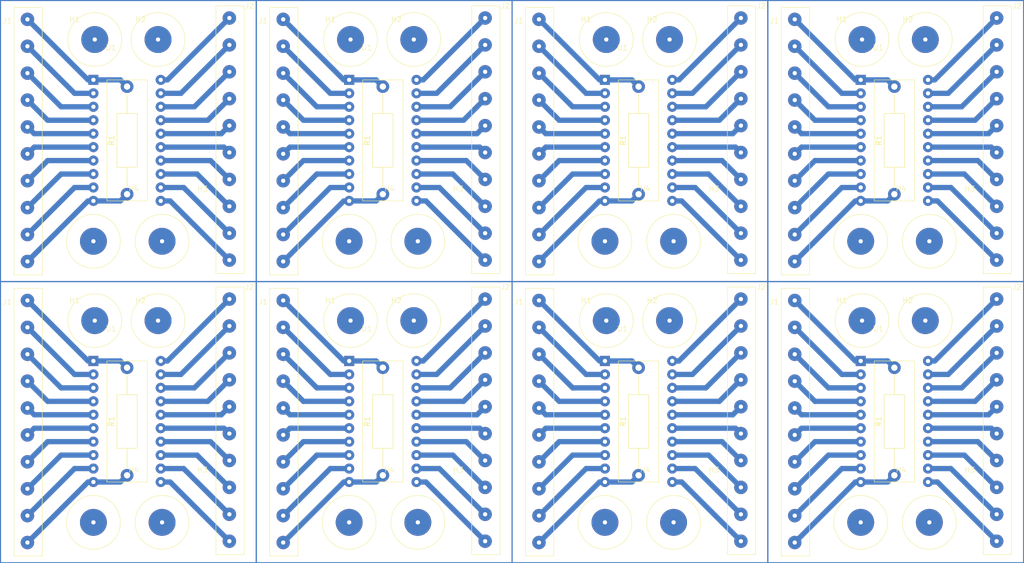
<source format=kicad_pcb>
(kicad_pcb (version 20241229) (generator "pcbnew") (generator_version "9.0")
  (layers (0 "F.Cu" signal) (2 "B.Cu" signal) (13 "F.Paste" user) (15 "B.Paste" user) (5 "F.SilkS" user "F.Silkscreen") (7 "B.SilkS" user "B.Silkscreen") (1 "F.Mask" user) (3 "B.Mask" user) (25 "Edge.Cuts" user))
  (net 0 "")
  (net 1 "Net-(J1-Pin_4)")
  (net 2 "Net-(J1-Pin_5)")
  (net 3 "Net-(J1-Pin_7)")
  (net 4 "Net-(J1-Pin_2)")
  (net 5 "Net-(J1-Pin_8)")
  (net 6 "Net-(J1-Pin_10)")
  (net 7 "Net-(J1-Pin_3)")
  (net 8 "Net-(J1-Pin_9)")
  (net 9 "Net-(J1-Pin_1)")
  (net 10 "Net-(J1-Pin_6)")
  (net 11 "Net-(J2-Pin_2)")
  (net 12 "Net-(J2-Pin_3)")
  (net 13 "Net-(J2-Pin_6)")
  (net 14 "Net-(J2-Pin_8)")
  (net 15 "Net-(J2-Pin_9)")
  (net 16 "Net-(J2-Pin_5)")
  (net 17 "Net-(J2-Pin_7)")
  (net 18 "Net-(J2-Pin_1)")
  (net 19 "Net-(J2-Pin_10)")
  (net 20 "Net-(J2-Pin_4)")
  (footprint "_customized:connector_01x10_508" (layer "F.Cu") (at 114.808 44.958)
    (property "Reference" "J1")
    (property "Value" "Conn_01x10")
  )
  (footprint "_customized:TXS0108" (layer "F.Cu") (at 127.254 109.474)
    (property "Reference" "U1")
    (property "Value" "~")
  )
  (footprint "_customized:TXS0108" (layer "F.Cu") (at 175.514 56.388)
    (property "Reference" "U1")
    (property "Value" "~")
  )
  (footprint "_customized:hole_3mm" (layer "F.Cu") (at 79.248 101.854)
    (property "Reference" "H1")
    (property "Value" "MountingHole")
  )
  (footprint "Resistor_THT:R_Axial_DIN0411_L9.9mm_D3.6mm_P20.32mm_Horizontal" (layer "F.Cu") (at 181.864 77.978 90)
    (property "Reference" "R1")
    (property "Value" "R")
  )
  (footprint "_customized:hole_3mm" (layer "F.Cu") (at 91.186 48.768)
    (property "Reference" "H2")
    (property "Value" "MountingHole")
  )
  (footprint "_customized:TXS0108" (layer "F.Cu") (at 223.774 109.474)
    (property "Reference" "U1")
    (property "Value" "~")
  )
  (footprint "Resistor_THT:R_Axial_DIN0411_L9.9mm_D3.6mm_P20.32mm_Horizontal" (layer "F.Cu") (at 85.344 131.064 90)
    (property "Reference" "R1")
    (property "Value" "R")
  )
  (footprint "_customized:connector_01x10_508" (layer "F.Cu") (at 163.068 98.044)
    (property "Reference" "J1")
    (property "Value" "Conn_01x10")
  )
  (footprint "_customized:hole_3mm" (layer "F.Cu") (at 127.508 101.854)
    (property "Reference" "H1")
    (property "Value" "MountingHole")
  )
  (footprint "_customized:TXS0108" (layer "F.Cu") (at 127.254 56.388)
    (property "Reference" "U1")
    (property "Value" "~")
  )
  (footprint "_customized:TXS0108" (layer "F.Cu") (at 78.994 56.388)
    (property "Reference" "U1")
    (property "Value" "~")
  )
  (footprint "_customized:hole_3mm" (layer "F.Cu") (at 235.966 48.768)
    (property "Reference" "H2")
    (property "Value" "MountingHole")
  )
  (footprint "_customized:hole_3mm" (layer "F.Cu") (at 236.728 139.954)
    (property "Reference" "H3")
    (property "Value" "MountingHole")
  )
  (footprint "_customized:hole_3mm" (layer "F.Cu") (at 175.768 101.854)
    (property "Reference" "H1")
    (property "Value" "MountingHole")
  )
  (footprint "_customized:hole_3mm" (layer "F.Cu") (at 175.514 139.954)
    (property "Reference" "H4")
    (property "Value" "MountingHole")
  )
  (footprint "_customized:hole_3mm" (layer "F.Cu") (at 127.508 48.768)
    (property "Reference" "H1")
    (property "Value" "MountingHole")
  )
  (footprint "_customized:hole_3mm" (layer "F.Cu") (at 175.768 48.768)
    (property "Reference" "H1")
    (property "Value" "MountingHole")
  )
  (footprint "Resistor_THT:R_Axial_DIN0411_L9.9mm_D3.6mm_P20.32mm_Horizontal" (layer "F.Cu") (at 133.604 77.978 90)
    (property "Reference" "R1")
    (property "Value" "R")
  )
  (footprint "_customized:TXS0108" (layer "F.Cu") (at 78.994 109.474)
    (property "Reference" "U1")
    (property "Value" "~")
  )
  (footprint "Resistor_THT:R_Axial_DIN0411_L9.9mm_D3.6mm_P20.32mm_Horizontal" (layer "F.Cu") (at 230.124 131.064 90)
    (property "Reference" "R1")
    (property "Value" "R")
  )
  (footprint "_customized:connector_01x10_508" (layer "F.Cu") (at 211.328 98.044)
    (property "Reference" "J1")
    (property "Value" "Conn_01x10")
  )
  (footprint "_customized:connector_01x10_508" (layer "F.Cu") (at 104.648 44.704)
    (property "Reference" "J2")
    (property "Value" "Conn_01x10")
  )
  (footprint "_customized:hole_3mm" (layer "F.Cu") (at 79.248 48.768)
    (property "Reference" "H1")
    (property "Value" "MountingHole")
  )
  (footprint "_customized:hole_3mm" (layer "F.Cu") (at 235.966 101.854)
    (property "Reference" "H2")
    (property "Value" "MountingHole")
  )
  (footprint "Resistor_THT:R_Axial_DIN0411_L9.9mm_D3.6mm_P20.32mm_Horizontal" (layer "F.Cu") (at 181.864 131.064 90)
    (property "Reference" "R1")
    (property "Value" "R")
  )
  (footprint "_customized:hole_3mm" (layer "F.Cu") (at 78.994 139.954)
    (property "Reference" "H4")
    (property "Value" "MountingHole")
  )
  (footprint "_customized:hole_3mm" (layer "F.Cu") (at 224.028 101.854)
    (property "Reference" "H1")
    (property "Value" "MountingHole")
  )
  (footprint "_customized:hole_3mm" (layer "F.Cu") (at 91.948 139.954)
    (property "Reference" "H3")
    (property "Value" "MountingHole")
  )
  (footprint "_customized:hole_3mm" (layer "F.Cu") (at 139.446 101.854)
    (property "Reference" "H2")
    (property "Value" "MountingHole")
  )
  (footprint "_customized:hole_3mm" (layer "F.Cu") (at 127.254 139.954)
    (property "Reference" "H4")
    (property "Value" "MountingHole")
  )
  (footprint "_customized:hole_3mm" (layer "F.Cu") (at 139.446 48.768)
    (property "Reference" "H2")
    (property "Value" "MountingHole")
  )
  (footprint "_customized:hole_3mm" (layer "F.Cu") (at 140.208 86.868)
    (property "Reference" "H3")
    (property "Value" "MountingHole")
  )
  (footprint "_customized:hole_3mm" (layer "F.Cu") (at 127.254 86.868)
    (property "Reference" "H4")
    (property "Value" "MountingHole")
  )
  (footprint "_customized:hole_3mm" (layer "F.Cu") (at 223.774 86.868)
    (property "Reference" "H4")
    (property "Value" "MountingHole")
  )
  (footprint "_customized:hole_3mm" (layer "F.Cu") (at 78.994 86.868)
    (property "Reference" "H4")
    (property "Value" "MountingHole")
  )
  (footprint "_customized:hole_3mm" (layer "F.Cu") (at 91.948 86.868)
    (property "Reference" "H3")
    (property "Value" "MountingHole")
  )
  (footprint "_customized:connector_01x10_508" (layer "F.Cu") (at 66.548 44.958)
    (property "Reference" "J1")
    (property "Value" "Conn_01x10")
  )
  (footprint "_customized:connector_01x10_508" (layer "F.Cu") (at 201.168 97.79)
    (property "Reference" "J2")
    (property "Value" "Conn_01x10")
  )
  (footprint "_customized:hole_3mm" (layer "F.Cu") (at 175.514 86.868)
    (property "Reference" "H4")
    (property "Value" "MountingHole")
  )
  (footprint "_customized:TXS0108" (layer "F.Cu") (at 175.514 109.474)
    (property "Reference" "U1")
    (property "Value" "~")
  )
  (footprint "_customized:connector_01x10_508" (layer "F.Cu") (at 152.908 44.704)
    (property "Reference" "J2")
    (property "Value" "Conn_01x10")
  )
  (footprint "Resistor_THT:R_Axial_DIN0411_L9.9mm_D3.6mm_P20.32mm_Horizontal" (layer "F.Cu") (at 85.344 77.978 90)
    (property "Reference" "R1")
    (property "Value" "R")
  )
  (footprint "_customized:hole_3mm" (layer "F.Cu") (at 187.706 48.768)
    (property "Reference" "H2")
    (property "Value" "MountingHole")
  )
  (footprint "_customized:connector_01x10_508" (layer "F.Cu") (at 104.648 97.79)
    (property "Reference" "J2")
    (property "Value" "Conn_01x10")
  )
  (footprint "_customized:connector_01x10_508" (layer "F.Cu") (at 152.908 97.79)
    (property "Reference" "J2")
    (property "Value" "Conn_01x10")
  )
  (footprint "_customized:hole_3mm" (layer "F.Cu") (at 91.186 101.854)
    (property "Reference" "H2")
    (property "Value" "MountingHole")
  )
  (footprint "_customized:connector_01x10_508" (layer "F.Cu") (at 201.168 44.704)
    (property "Reference" "J2")
    (property "Value" "Conn_01x10")
  )
  (footprint "_customized:hole_3mm" (layer "F.Cu") (at 188.468 139.954)
    (property "Reference" "H3")
    (property "Value" "MountingHole")
  )
  (footprint "_customized:hole_3mm" (layer "F.Cu") (at 223.774 139.954)
    (property "Reference" "H4")
    (property "Value" "MountingHole")
  )
  (footprint "_customized:connector_01x10_508" (layer "F.Cu") (at 249.428 97.79)
    (property "Reference" "J2")
    (property "Value" "Conn_01x10")
  )
  (footprint "_customized:connector_01x10_508" (layer "F.Cu") (at 249.428 44.704)
    (property "Reference" "J2")
    (property "Value" "Conn_01x10")
  )
  (footprint "Resistor_THT:R_Axial_DIN0411_L9.9mm_D3.6mm_P20.32mm_Horizontal" (layer "F.Cu") (at 230.124 77.978 90)
    (property "Reference" "R1")
    (property "Value" "R")
  )
  (footprint "_customized:connector_01x10_508" (layer "F.Cu") (at 211.328 44.958)
    (property "Reference" "J1")
    (property "Value" "Conn_01x10")
  )
  (footprint "_customized:connector_01x10_508" (layer "F.Cu") (at 66.548 98.044)
    (property "Reference" "J1")
    (property "Value" "Conn_01x10")
  )
  (footprint "_customized:TXS0108" (layer "F.Cu") (at 223.774 56.388)
    (property "Reference" "U1")
    (property "Value" "~")
  )
  (footprint "_customized:hole_3mm" (layer "F.Cu") (at 187.706 101.854)
    (property "Reference" "H2")
    (property "Value" "MountingHole")
  )
  (footprint "_customized:connector_01x10_508" (layer "F.Cu") (at 163.068 44.958)
    (property "Reference" "J1")
    (property "Value" "Conn_01x10")
  )
  (footprint "_customized:hole_3mm" (layer "F.Cu") (at 224.028 48.768)
    (property "Reference" "H1")
    (property "Value" "MountingHole")
  )
  (footprint "_customized:hole_3mm" (layer "F.Cu") (at 140.208 139.954)
    (property "Reference" "H3")
    (property "Value" "MountingHole")
  )
  (footprint "_customized:hole_3mm" (layer "F.Cu") (at 188.468 86.868)
    (property "Reference" "H3")
    (property "Value" "MountingHole")
  )
  (footprint "Resistor_THT:R_Axial_DIN0411_L9.9mm_D3.6mm_P20.32mm_Horizontal" (layer "F.Cu") (at 133.604 131.064 90)
    (property "Reference" "R1")
    (property "Value" "R")
  )
  (footprint "_customized:hole_3mm" (layer "F.Cu") (at 236.728 86.868)
    (property "Reference" "H3")
    (property "Value" "MountingHole")
  )
  (footprint "_customized:connector_01x10_508" (layer "F.Cu") (at 114.808 98.044)
    (property "Reference" "J1")
    (property "Value" "Conn_01x10")
  )
  (gr_rect (start 206.248 94.488) (end 254.508 147.574) (stroke (width 0.2)) (fill no) (layer "B.Cu"))
  (gr_rect (start 61.468 41.402) (end 109.728 94.488) (stroke (width 0.2)) (fill no) (layer "B.Cu"))
  (gr_rect (start 61.468 94.488) (end 109.728 147.574) (stroke (width 0.2)) (fill no) (layer "B.Cu"))
  (gr_rect (start 206.248 41.402) (end 254.508 94.488) (stroke (width 0.2)) (fill no) (layer "B.Cu"))
  (gr_rect (start 109.728 41.402) (end 157.988 94.488) (stroke (width 0.2)) (fill no) (layer "B.Cu"))
  (gr_rect (start 157.988 94.488) (end 206.248 147.574) (stroke (width 0.2)) (fill no) (layer "B.Cu"))
  (gr_rect (start 109.728 94.488) (end 157.988 147.574) (stroke (width 0.2)) (fill no) (layer "B.Cu"))
  (gr_rect (start 157.988 41.402) (end 206.248 94.488) (stroke (width 0.2)) (fill no) (layer "B.Cu"))
  (segment (start 215.138 64.008) (end 223.774 64.008) (width 1) (layer "B.Cu") (net 1))
  (segment (start 70.358 64.008) (end 78.994 64.008) (width 1) (layer "B.Cu") (net 1))
  (segment (start 66.548 60.198) (end 70.358 64.008) (width 1) (layer "B.Cu") (net 1))
  (segment (start 163.068 113.284) (end 166.878 117.094) (width 1) (layer "B.Cu") (net 1))
  (segment (start 211.328 60.198) (end 215.138 64.008) (width 1) (layer "B.Cu") (net 1))
  (segment (start 114.808 60.198) (end 118.618 64.008) (width 1) (layer "B.Cu") (net 1))
  (segment (start 215.138 117.094) (end 223.774 117.094) (width 1) (layer "B.Cu") (net 1))
  (segment (start 166.878 64.008) (end 175.514 64.008) (width 1) (layer "B.Cu") (net 1))
  (segment (start 118.618 117.094) (end 127.254 117.094) (width 1) (layer "B.Cu") (net 1))
  (segment (start 114.808 113.284) (end 118.618 117.094) (width 1) (layer "B.Cu") (net 1))
  (segment (start 163.068 60.198) (end 166.878 64.008) (width 1) (layer "B.Cu") (net 1))
  (segment (start 66.548 113.284) (end 70.358 117.094) (width 1) (layer "B.Cu") (net 1))
  (segment (start 166.878 117.094) (end 175.514 117.094) (width 1) (layer "B.Cu") (net 1))
  (segment (start 70.358 117.094) (end 78.994 117.094) (width 1) (layer "B.Cu") (net 1))
  (segment (start 211.328 113.284) (end 215.138 117.094) (width 1) (layer "B.Cu") (net 1))
  (segment (start 118.618 64.008) (end 127.254 64.008) (width 1) (layer "B.Cu") (net 1))
  (segment (start 223.774 119.634) (end 212.598 119.634) (width 1) (layer "B.Cu") (net 2))
  (segment (start 212.598 119.634) (end 211.328 118.364) (width 1) (layer "B.Cu") (net 2))
  (segment (start 223.774 66.548) (end 212.598 66.548) (width 1) (layer "B.Cu") (net 2))
  (segment (start 175.514 119.634) (end 164.338 119.634) (width 1) (layer "B.Cu") (net 2))
  (segment (start 78.994 119.634) (end 67.818 119.634) (width 1) (layer "B.Cu") (net 2))
  (segment (start 164.338 119.634) (end 163.068 118.364) (width 1) (layer "B.Cu") (net 2))
  (segment (start 67.818 119.634) (end 66.548 118.364) (width 1) (layer "B.Cu") (net 2))
  (segment (start 212.598 66.548) (end 211.328 65.278) (width 1) (layer "B.Cu") (net 2))
  (segment (start 127.254 66.548) (end 116.078 66.548) (width 1) (layer "B.Cu") (net 2))
  (segment (start 175.514 66.548) (end 164.338 66.548) (width 1) (layer "B.Cu") (net 2))
  (segment (start 116.078 66.548) (end 114.808 65.278) (width 1) (layer "B.Cu") (net 2))
  (segment (start 67.818 66.548) (end 66.548 65.278) (width 1) (layer "B.Cu") (net 2))
  (segment (start 116.078 119.634) (end 114.808 118.364) (width 1) (layer "B.Cu") (net 2))
  (segment (start 78.994 66.548) (end 67.818 66.548) (width 1) (layer "B.Cu") (net 2))
  (segment (start 164.338 66.548) (end 163.068 65.278) (width 1) (layer "B.Cu") (net 2))
  (segment (start 127.254 119.634) (end 116.078 119.634) (width 1) (layer "B.Cu") (net 2))
  (segment (start 118.618 124.714) (end 114.808 128.524) (width 1) (layer "B.Cu") (net 3))
  (segment (start 78.994 71.628) (end 70.358 71.628) (width 1) (layer "B.Cu") (net 3))
  (segment (start 70.358 124.714) (end 66.548 128.524) (width 1) (layer "B.Cu") (net 3))
  (segment (start 127.254 71.628) (end 118.618 71.628) (width 1) (layer "B.Cu") (net 3))
  (segment (start 70.358 71.628) (end 66.548 75.438) (width 1) (layer "B.Cu") (net 3))
  (segment (start 223.774 71.628) (end 215.138 71.628) (width 1) (layer "B.Cu") (net 3))
  (segment (start 166.878 71.628) (end 163.068 75.438) (width 1) (layer "B.Cu") (net 3))
  (segment (start 215.138 71.628) (end 211.328 75.438) (width 1) (layer "B.Cu") (net 3))
  (segment (start 166.878 124.714) (end 163.068 128.524) (width 1) (layer "B.Cu") (net 3))
  (segment (start 118.618 71.628) (end 114.808 75.438) (width 1) (layer "B.Cu") (net 3))
  (segment (start 78.994 124.714) (end 70.358 124.714) (width 1) (layer "B.Cu") (net 3))
  (segment (start 175.514 124.714) (end 166.878 124.714) (width 1) (layer "B.Cu") (net 3))
  (segment (start 175.514 71.628) (end 166.878 71.628) (width 1) (layer "B.Cu") (net 3))
  (segment (start 127.254 124.714) (end 118.618 124.714) (width 1) (layer "B.Cu") (net 3))
  (segment (start 215.138 124.714) (end 211.328 128.524) (width 1) (layer "B.Cu") (net 3))
  (segment (start 223.774 124.714) (end 215.138 124.714) (width 1) (layer "B.Cu") (net 3))
  (segment (start 123.698 58.928) (end 127.254 58.928) (width 1) (layer "B.Cu") (net 4))
  (segment (start 114.808 50.038) (end 123.698 58.928) (width 1) (layer "B.Cu") (net 4))
  (segment (start 163.068 103.124) (end 171.958 112.014) (width 1) (layer "B.Cu") (net 4))
  (segment (start 211.328 50.038) (end 220.218 58.928) (width 1) (layer "B.Cu") (net 4))
  (segment (start 66.548 50.038) (end 75.438 58.928) (width 1) (layer "B.Cu") (net 4))
  (segment (start 220.218 58.928) (end 223.774 58.928) (width 1) (layer "B.Cu") (net 4))
  (segment (start 123.698 112.014) (end 127.254 112.014) (width 1) (layer "B.Cu") (net 4))
  (segment (start 163.068 50.038) (end 171.958 58.928) (width 1) (layer "B.Cu") (net 4))
  (segment (start 220.218 112.014) (end 223.774 112.014) (width 1) (layer "B.Cu") (net 4))
  (segment (start 66.548 103.124) (end 75.438 112.014) (width 1) (layer "B.Cu") (net 4))
  (segment (start 171.958 112.014) (end 175.514 112.014) (width 1) (layer "B.Cu") (net 4))
  (segment (start 171.958 58.928) (end 175.514 58.928) (width 1) (layer "B.Cu") (net 4))
  (segment (start 211.328 103.124) (end 220.218 112.014) (width 1) (layer "B.Cu") (net 4))
  (segment (start 114.808 103.124) (end 123.698 112.014) (width 1) (layer "B.Cu") (net 4))
  (segment (start 75.438 112.014) (end 78.994 112.014) (width 1) (layer "B.Cu") (net 4))
  (segment (start 75.438 58.928) (end 78.994 58.928) (width 1) (layer "B.Cu") (net 4))
  (segment (start 121.158 74.168) (end 114.808 80.518) (width 1) (layer "B.Cu") (net 5))
  (segment (start 169.418 74.168) (end 163.068 80.518) (width 1) (layer "B.Cu") (net 5))
  (segment (start 175.514 127.254) (end 169.418 127.254) (width 1) (layer "B.Cu") (net 5))
  (segment (start 72.898 127.254) (end 66.548 133.604) (width 1) (layer "B.Cu") (net 5))
  (segment (start 175.514 74.168) (end 169.418 74.168) (width 1) (layer "B.Cu") (net 5))
  (segment (start 72.898 74.168) (end 66.548 80.518) (width 1) (layer "B.Cu") (net 5))
  (segment (start 78.994 127.254) (end 72.898 127.254) (width 1) (layer "B.Cu") (net 5))
  (segment (start 78.994 74.168) (end 72.898 74.168) (width 1) (layer "B.Cu") (net 5))
  (segment (start 127.254 74.168) (end 121.158 74.168) (width 1) (layer "B.Cu") (net 5))
  (segment (start 217.678 74.168) (end 211.328 80.518) (width 1) (layer "B.Cu") (net 5))
  (segment (start 223.774 127.254) (end 217.678 127.254) (width 1) (layer "B.Cu") (net 5))
  (segment (start 223.774 74.168) (end 217.678 74.168) (width 1) (layer "B.Cu") (net 5))
  (segment (start 127.254 127.254) (end 121.158 127.254) (width 1) (layer "B.Cu") (net 5))
  (segment (start 169.418 127.254) (end 163.068 133.604) (width 1) (layer "B.Cu") (net 5))
  (segment (start 121.158 127.254) (end 114.808 133.604) (width 1) (layer "B.Cu") (net 5))
  (segment (start 217.678 127.254) (end 211.328 133.604) (width 1) (layer "B.Cu") (net 5))
  (segment (start 180.594 79.248) (end 181.864 77.978) (width 1) (layer "B.Cu") (net 6))
  (segment (start 132.334 132.334) (end 133.604 131.064) (width 1) (layer "B.Cu") (net 6))
  (segment (start 132.334 79.248) (end 133.604 77.978) (width 1) (layer "B.Cu") (net 6))
  (segment (start 174.498 132.334) (end 175.514 132.334) (width 1) (layer "B.Cu") (net 6))
  (segment (start 228.854 79.248) (end 230.124 77.978) (width 1) (layer "B.Cu") (net 6))
  (segment (start 126.238 79.248) (end 127.254 79.248) (width 1) (layer "B.Cu") (net 6))
  (segment (start 78.994 79.248) (end 84.074 79.248) (width 1) (layer "B.Cu") (net 6))
  (segment (start 114.808 143.764) (end 126.238 132.334) (width 1) (layer "B.Cu") (net 6))
  (segment (start 211.328 90.678) (end 222.758 79.248) (width 1) (layer "B.Cu") (net 6))
  (segment (start 163.068 143.764) (end 174.498 132.334) (width 1) (layer "B.Cu") (net 6))
  (segment (start 175.514 132.334) (end 180.594 132.334) (width 1) (layer "B.Cu") (net 6))
  (segment (start 174.498 79.248) (end 175.514 79.248) (width 1) (layer "B.Cu") (net 6))
  (segment (start 127.254 79.248) (end 132.334 79.248) (width 1) (layer "B.Cu") (net 6))
  (segment (start 127.254 132.334) (end 132.334 132.334) (width 1) (layer "B.Cu") (net 6))
  (segment (start 211.328 143.764) (end 222.758 132.334) (width 1) (layer "B.Cu") (net 6))
  (segment (start 84.074 132.334) (end 85.344 131.064) (width 1) (layer "B.Cu") (net 6))
  (segment (start 222.758 132.334) (end 223.774 132.334) (width 1) (layer "B.Cu") (net 6))
  (segment (start 180.594 132.334) (end 181.864 131.064) (width 1) (layer "B.Cu") (net 6))
  (segment (start 175.514 79.248) (end 180.594 79.248) (width 1) (layer "B.Cu") (net 6))
  (segment (start 163.068 90.678) (end 174.498 79.248) (width 1) (layer "B.Cu") (net 6))
  (segment (start 222.758 79.248) (end 223.774 79.248) (width 1) (layer "B.Cu") (net 6))
  (segment (start 228.854 132.334) (end 230.124 131.064) (width 1) (layer "B.Cu") (net 6))
  (segment (start 84.074 79.248) (end 85.344 77.978) (width 1) (layer "B.Cu") (net 6))
  (segment (start 126.238 132.334) (end 127.254 132.334) (width 1) (layer "B.Cu") (net 6))
  (segment (start 66.548 90.678) (end 77.978 79.248) (width 1) (layer "B.Cu") (net 6))
  (segment (start 77.978 132.334) (end 78.994 132.334) (width 1) (layer "B.Cu") (net 6))
  (segment (start 223.774 79.248) (end 228.854 79.248) (width 1) (layer "B.Cu") (net 6))
  (segment (start 223.774 132.334) (end 228.854 132.334) (width 1) (layer "B.Cu") (net 6))
  (segment (start 77.978 79.248) (end 78.994 79.248) (width 1) (layer "B.Cu") (net 6))
  (segment (start 114.808 90.678) (end 126.238 79.248) (width 1) (layer "B.Cu") (net 6))
  (segment (start 78.994 132.334) (end 84.074 132.334) (width 1) (layer "B.Cu") (net 6))
  (segment (start 66.548 143.764) (end 77.978 132.334) (width 1) (layer "B.Cu") (net 6))
  (segment (start 66.548 55.118) (end 72.898 61.468) (width 1) (layer "B.Cu") (net 7))
  (segment (start 217.678 114.554) (end 223.774 114.554) (width 1) (layer "B.Cu") (net 7))
  (segment (start 169.418 114.554) (end 175.514 114.554) (width 1) (layer "B.Cu") (net 7))
  (segment (start 66.548 108.204) (end 72.898 114.554) (width 1) (layer "B.Cu") (net 7))
  (segment (start 163.068 108.204) (end 169.418 114.554) (width 1) (layer "B.Cu") (net 7))
  (segment (start 114.808 55.118) (end 121.158 61.468) (width 1) (layer "B.Cu") (net 7))
  (segment (start 169.418 61.468) (end 175.514 61.468) (width 1) (layer "B.Cu") (net 7))
  (segment (start 163.068 55.118) (end 169.418 61.468) (width 1) (layer "B.Cu") (net 7))
  (segment (start 121.158 61.468) (end 127.254 61.468) (width 1) (layer "B.Cu") (net 7))
  (segment (start 121.158 114.554) (end 127.254 114.554) (width 1) (layer "B.Cu") (net 7))
  (segment (start 211.328 108.204) (end 217.678 114.554) (width 1) (layer "B.Cu") (net 7))
  (segment (start 72.898 114.554) (end 78.994 114.554) (width 1) (layer "B.Cu") (net 7))
  (segment (start 217.678 61.468) (end 223.774 61.468) (width 1) (layer "B.Cu") (net 7))
  (segment (start 114.808 108.204) (end 121.158 114.554) (width 1) (layer "B.Cu") (net 7))
  (segment (start 211.328 55.118) (end 217.678 61.468) (width 1) (layer "B.Cu") (net 7))
  (segment (start 72.898 61.468) (end 78.994 61.468) (width 1) (layer "B.Cu") (net 7))
  (segment (start 123.698 76.708) (end 114.808 85.598) (width 1) (layer "B.Cu") (net 8))
  (segment (start 127.254 129.794) (end 123.698 129.794) (width 1) (layer "B.Cu") (net 8))
  (segment (start 123.698 129.794) (end 114.808 138.684) (width 1) (layer "B.Cu") (net 8))
  (segment (start 75.438 76.708) (end 66.548 85.598) (width 1) (layer "B.Cu") (net 8))
  (segment (start 171.958 129.794) (end 163.068 138.684) (width 1) (layer "B.Cu") (net 8))
  (segment (start 223.774 129.794) (end 220.218 129.794) (width 1) (layer "B.Cu") (net 8))
  (segment (start 220.218 76.708) (end 211.328 85.598) (width 1) (layer "B.Cu") (net 8))
  (segment (start 175.514 129.794) (end 171.958 129.794) (width 1) (layer "B.Cu") (net 8))
  (segment (start 171.958 76.708) (end 163.068 85.598) (width 1) (layer "B.Cu") (net 8))
  (segment (start 175.514 76.708) (end 171.958 76.708) (width 1) (layer "B.Cu") (net 8))
  (segment (start 78.994 76.708) (end 75.438 76.708) (width 1) (layer "B.Cu") (net 8))
  (segment (start 78.994 129.794) (end 75.438 129.794) (width 1) (layer "B.Cu") (net 8))
  (segment (start 220.218 129.794) (end 211.328 138.684) (width 1) (layer "B.Cu") (net 8))
  (segment (start 127.254 76.708) (end 123.698 76.708) (width 1) (layer "B.Cu") (net 8))
  (segment (start 223.774 76.708) (end 220.218 76.708) (width 1) (layer "B.Cu") (net 8))
  (segment (start 75.438 129.794) (end 66.548 138.684) (width 1) (layer "B.Cu") (net 8))
  (segment (start 78.994 109.474) (end 84.074 109.474) (width 1) (layer "B.Cu") (net 9))
  (segment (start 223.774 109.474) (end 228.854 109.474) (width 1) (layer "B.Cu") (net 9))
  (segment (start 78.994 56.388) (end 84.074 56.388) (width 1) (layer "B.Cu") (net 9))
  (segment (start 228.854 109.474) (end 230.124 110.744) (width 1) (layer "B.Cu") (net 9))
  (segment (start 211.328 98.044) (end 222.758 109.474) (width 1) (layer "B.Cu") (net 9))
  (segment (start 66.548 98.044) (end 77.978 109.474) (width 1) (layer "B.Cu") (net 9))
  (segment (start 222.758 109.474) (end 223.774 109.474) (width 1) (layer "B.Cu") (net 9))
  (segment (start 127.254 56.388) (end 132.334 56.388) (width 1) (layer "B.Cu") (net 9))
  (segment (start 223.774 56.388) (end 228.854 56.388) (width 1) (layer "B.Cu") (net 9))
  (segment (start 174.498 109.474) (end 175.514 109.474) (width 1) (layer "B.Cu") (net 9))
  (segment (start 114.808 44.958) (end 126.238 56.388) (width 1) (layer "B.Cu") (net 9))
  (segment (start 174.498 56.388) (end 175.514 56.388) (width 1) (layer "B.Cu") (net 9))
  (segment (start 127.254 109.474) (end 132.334 109.474) (width 1) (layer "B.Cu") (net 9))
  (segment (start 175.514 109.474) (end 180.594 109.474) (width 1) (layer "B.Cu") (net 9))
  (segment (start 84.074 56.388) (end 85.344 57.658) (width 1) (layer "B.Cu") (net 9))
  (segment (start 126.238 109.474) (end 127.254 109.474) (width 1) (layer "B.Cu") (net 9))
  (segment (start 175.514 56.388) (end 180.594 56.388) (width 1) (layer "B.Cu") (net 9))
  (segment (start 77.978 56.388) (end 78.994 56.388) (width 1) (layer "B.Cu") (net 9))
  (segment (start 228.854 56.388) (end 230.124 57.658) (width 1) (layer "B.Cu") (net 9))
  (segment (start 180.594 109.474) (end 181.864 110.744) (width 1) (layer "B.Cu") (net 9))
  (segment (start 163.068 44.958) (end 174.498 56.388) (width 1) (layer "B.Cu") (net 9))
  (segment (start 77.978 109.474) (end 78.994 109.474) (width 1) (layer "B.Cu") (net 9))
  (segment (start 84.074 109.474) (end 85.344 110.744) (width 1) (layer "B.Cu") (net 9))
  (segment (start 132.334 109.474) (end 133.604 110.744) (width 1) (layer "B.Cu") (net 9))
  (segment (start 180.594 56.388) (end 181.864 57.658) (width 1) (layer "B.Cu") (net 9))
  (segment (start 132.334 56.388) (end 133.604 57.658) (width 1) (layer "B.Cu") (net 9))
  (segment (start 222.758 56.388) (end 223.774 56.388) (width 1) (layer "B.Cu") (net 9))
  (segment (start 66.548 44.958) (end 77.978 56.388) (width 1) (layer "B.Cu") (net 9))
  (segment (start 163.068 98.044) (end 174.498 109.474) (width 1) (layer "B.Cu") (net 9))
  (segment (start 126.238 56.388) (end 127.254 56.388) (width 1) (layer "B.Cu") (net 9))
  (segment (start 211.328 44.958) (end 222.758 56.388) (width 1) (layer "B.Cu") (net 9))
  (segment (start 114.808 98.044) (end 126.238 109.474) (width 1) (layer "B.Cu") (net 9))
  (segment (start 175.514 122.174) (end 164.338 122.174) (width 1) (layer "B.Cu") (net 10))
  (segment (start 67.818 69.088) (end 66.548 70.358) (width 1) (layer "B.Cu") (net 10))
  (segment (start 127.254 122.174) (end 116.078 122.174) (width 1) (layer "B.Cu") (net 10))
  (segment (start 223.774 69.088) (end 212.598 69.088) (width 1) (layer "B.Cu") (net 10))
  (segment (start 78.994 69.088) (end 67.818 69.088) (width 1) (layer "B.Cu") (net 10))
  (segment (start 212.598 122.174) (end 211.328 123.444) (width 1) (layer "B.Cu") (net 10))
  (segment (start 116.078 122.174) (end 114.808 123.444) (width 1) (layer "B.Cu") (net 10))
  (segment (start 223.774 122.174) (end 212.598 122.174) (width 1) (layer "B.Cu") (net 10))
  (segment (start 67.818 122.174) (end 66.548 123.444) (width 1) (layer "B.Cu") (net 10))
  (segment (start 164.338 69.088) (end 163.068 70.358) (width 1) (layer "B.Cu") (net 10))
  (segment (start 212.598 69.088) (end 211.328 70.358) (width 1) (layer "B.Cu") (net 10))
  (segment (start 127.254 69.088) (end 116.078 69.088) (width 1) (layer "B.Cu") (net 10))
  (segment (start 175.514 69.088) (end 164.338 69.088) (width 1) (layer "B.Cu") (net 10))
  (segment (start 78.994 122.174) (end 67.818 122.174) (width 1) (layer "B.Cu") (net 10))
  (segment (start 164.338 122.174) (end 163.068 123.444) (width 1) (layer "B.Cu") (net 10))
  (segment (start 116.078 69.088) (end 114.808 70.358) (width 1) (layer "B.Cu") (net 10))
  (segment (start 249.428 49.784) (end 240.284 58.928) (width 1) (layer "B.Cu") (net 11))
  (segment (start 152.908 102.87) (end 143.764 112.014) (width 1) (layer "B.Cu") (net 11))
  (segment (start 104.648 49.784) (end 95.504 58.928) (width 1) (layer "B.Cu") (net 11))
  (segment (start 249.428 102.87) (end 240.284 112.014) (width 1) (layer "B.Cu") (net 11))
  (segment (start 95.504 58.928) (end 91.694 58.928) (width 1) (layer "B.Cu") (net 11))
  (segment (start 192.024 58.928) (end 188.214 58.928) (width 1) (layer "B.Cu") (net 11))
  (segment (start 240.284 112.014) (end 236.474 112.014) (width 1) (layer "B.Cu") (net 11))
  (segment (start 104.648 102.87) (end 95.504 112.014) (width 1) (layer "B.Cu") (net 11))
  (segment (start 143.764 112.014) (end 139.954 112.014) (width 1) (layer "B.Cu") (net 11))
  (segment (start 192.024 112.014) (end 188.214 112.014) (width 1) (layer "B.Cu") (net 11))
  (segment (start 152.908 49.784) (end 143.764 58.928) (width 1) (layer "B.Cu") (net 11))
  (segment (start 201.168 49.784) (end 192.024 58.928) (width 1) (layer "B.Cu") (net 11))
  (segment (start 201.168 102.87) (end 192.024 112.014) (width 1) (layer "B.Cu") (net 11))
  (segment (start 95.504 112.014) (end 91.694 112.014) (width 1) (layer "B.Cu") (net 11))
  (segment (start 143.764 58.928) (end 139.954 58.928) (width 1) (layer "B.Cu") (net 11))
  (segment (start 240.284 58.928) (end 236.474 58.928) (width 1) (layer "B.Cu") (net 11))
  (segment (start 104.648 54.864) (end 98.044 61.468) (width 1) (layer "B.Cu") (net 12))
  (segment (start 194.564 61.468) (end 188.214 61.468) (width 1) (layer "B.Cu") (net 12))
  (segment (start 152.908 107.95) (end 146.304 114.554) (width 1) (layer "B.Cu") (net 12))
  (segment (start 152.908 54.864) (end 146.304 61.468) (width 1) (layer "B.Cu") (net 12))
  (segment (start 249.428 107.95) (end 242.824 114.554) (width 1) (layer "B.Cu") (net 12))
  (segment (start 242.824 114.554) (end 236.474 114.554) (width 1) (layer "B.Cu") (net 12))
  (segment (start 104.648 107.95) (end 98.044 114.554) (width 1) (layer "B.Cu") (net 12))
  (segment (start 249.428 54.864) (end 242.824 61.468) (width 1) (layer "B.Cu") (net 12))
  (segment (start 98.044 114.554) (end 91.694 114.554) (width 1) (layer "B.Cu") (net 12))
  (segment (start 98.044 61.468) (end 91.694 61.468) (width 1) (layer "B.Cu") (net 12))
  (segment (start 194.564 114.554) (end 188.214 114.554) (width 1) (layer "B.Cu") (net 12))
  (segment (start 201.168 107.95) (end 194.564 114.554) (width 1) (layer "B.Cu") (net 12))
  (segment (start 242.824 61.468) (end 236.474 61.468) (width 1) (layer "B.Cu") (net 12))
  (segment (start 201.168 54.864) (end 194.564 61.468) (width 1) (layer "B.Cu") (net 12))
  (segment (start 146.304 114.554) (end 139.954 114.554) (width 1) (layer "B.Cu") (net 12))
  (segment (start 146.304 61.468) (end 139.954 61.468) (width 1) (layer "B.Cu") (net 12))
  (segment (start 103.632 69.088) (end 104.648 70.104) (width 1) (layer "B.Cu") (net 13))
  (segment (start 248.412 122.174) (end 249.428 123.19) (width 1) (layer "B.Cu") (net 13))
  (segment (start 188.214 122.174) (end 200.152 122.174) (width 1) (layer "B.Cu") (net 13))
  (segment (start 151.892 122.174) (end 152.908 123.19) (width 1) (layer "B.Cu") (net 13))
  (segment (start 91.694 122.174) (end 103.632 122.174) (width 1) (layer "B.Cu") (net 13))
  (segment (start 200.152 69.088) (end 201.168 70.104) (width 1) (layer "B.Cu") (net 13))
  (segment (start 139.954 69.088) (end 151.892 69.088) (width 1) (layer "B.Cu") (net 13))
  (segment (start 200.152 122.174) (end 201.168 123.19) (width 1) (layer "B.Cu") (net 13))
  (segment (start 151.892 69.088) (end 152.908 70.104) (width 1) (layer "B.Cu") (net 13))
  (segment (start 91.694 69.088) (end 103.632 69.088) (width 1) (layer "B.Cu") (net 13))
  (segment (start 139.954 122.174) (end 151.892 122.174) (width 1) (layer "B.Cu") (net 13))
  (segment (start 188.214 69.088) (end 200.152 69.088) (width 1) (layer "B.Cu") (net 13))
  (segment (start 103.632 122.174) (end 104.648 123.19) (width 1) (layer "B.Cu") (net 13))
  (segment (start 248.412 69.088) (end 249.428 70.104) (width 1) (layer "B.Cu") (net 13))
  (segment (start 236.474 122.174) (end 248.412 122.174) (width 1) (layer "B.Cu") (net 13))
  (segment (start 236.474 69.088) (end 248.412 69.088) (width 1) (layer "B.Cu") (net 13))
  (segment (start 152.908 133.35) (end 146.812 127.254) (width 1) (layer "B.Cu") (net 14))
  (segment (start 201.168 80.264) (end 195.072 74.168) (width 1) (layer "B.Cu") (net 14))
  (segment (start 104.648 80.264) (end 98.552 74.168) (width 1) (layer "B.Cu") (net 14))
  (segment (start 98.552 127.254) (end 91.694 127.254) (width 1) (layer "B.Cu") (net 14))
  (segment (start 243.332 74.168) (end 236.474 74.168) (width 1) (layer "B.Cu") (net 14))
  (segment (start 98.552 74.168) (end 91.694 74.168) (width 1) (layer "B.Cu") (net 14))
  (segment (start 146.812 127.254) (end 139.954 127.254) (width 1) (layer "B.Cu") (net 14))
  (segment (start 249.428 133.35) (end 243.332 127.254) (width 1) (layer "B.Cu") (net 14))
  (segment (start 146.812 74.168) (end 139.954 74.168) (width 1) (layer "B.Cu") (net 14))
  (segment (start 152.908 80.264) (end 146.812 74.168) (width 1) (layer "B.Cu") (net 14))
  (segment (start 201.168 133.35) (end 195.072 127.254) (width 1) (layer "B.Cu") (net 14))
  (segment (start 195.072 127.254) (end 188.214 127.254) (width 1) (layer "B.Cu") (net 14))
  (segment (start 243.332 127.254) (end 236.474 127.254) (width 1) (layer "B.Cu") (net 14))
  (segment (start 249.428 80.264) (end 243.332 74.168) (width 1) (layer "B.Cu") (net 14))
  (segment (start 195.072 74.168) (end 188.214 74.168) (width 1) (layer "B.Cu") (net 14))
  (segment (start 104.648 133.35) (end 98.552 127.254) (width 1) (layer "B.Cu") (net 14))
  (segment (start 240.792 129.794) (end 236.474 129.794) (width 1) (layer "B.Cu") (net 15))
  (segment (start 240.792 76.708) (end 236.474 76.708) (width 1) (layer "B.Cu") (net 15))
  (segment (start 144.272 129.794) (end 139.954 129.794) (width 1) (layer "B.Cu") (net 15))
  (segment (start 152.908 85.344) (end 144.272 76.708) (width 1) (layer "B.Cu") (net 15))
  (segment (start 249.428 85.344) (end 240.792 76.708) (width 1) (layer "B.Cu") (net 15))
  (segment (start 104.648 85.344) (end 96.012 76.708) (width 1) (layer "B.Cu") (net 15))
  (segment (start 144.272 76.708) (end 139.954 76.708) (width 1) (layer "B.Cu") (net 15))
  (segment (start 201.168 138.43) (end 192.532 129.794) (width 1) (layer "B.Cu") (net 15))
  (segment (start 96.012 76.708) (end 91.694 76.708) (width 1) (layer "B.Cu") (net 15))
  (segment (start 201.168 85.344) (end 192.532 76.708) (width 1) (layer "B.Cu") (net 15))
  (segment (start 104.648 138.43) (end 96.012 129.794) (width 1) (layer "B.Cu") (net 15))
  (segment (start 152.908 138.43) (end 144.272 129.794) (width 1) (layer "B.Cu") (net 15))
  (segment (start 192.532 129.794) (end 188.214 129.794) (width 1) (layer "B.Cu") (net 15))
  (segment (start 192.532 76.708) (end 188.214 76.708) (width 1) (layer "B.Cu") (net 15))
  (segment (start 249.428 138.43) (end 240.792 129.794) (width 1) (layer "B.Cu") (net 15))
  (segment (start 96.012 129.794) (end 91.694 129.794) (width 1) (layer "B.Cu") (net 15))
  (segment (start 247.904 66.548) (end 249.428 65.024) (width 1) (layer "B.Cu") (net 16))
  (segment (start 151.384 66.548) (end 152.908 65.024) (width 1) (layer "B.Cu") (net 16))
  (segment (start 236.474 66.548) (end 247.904 66.548) (width 1) (layer "B.Cu") (net 16))
  (segment (start 199.644 119.634) (end 201.168 118.11) (width 1) (layer "B.Cu") (net 16))
  (segment (start 103.124 66.548) (end 104.648 65.024) (width 1) (layer "B.Cu") (net 16))
  (segment (start 247.904 119.634) (end 249.428 118.11) (width 1) (layer "B.Cu") (net 16))
  (segment (start 103.124 119.634) (end 104.648 118.11) (width 1) (layer "B.Cu") (net 16))
  (segment (start 188.214 66.548) (end 199.644 66.548) (width 1) (layer "B.Cu") (net 16))
  (segment (start 139.954 119.634) (end 151.384 119.634) (width 1) (layer "B.Cu") (net 16))
  (segment (start 236.474 119.634) (end 247.904 119.634) (width 1) (layer "B.Cu") (net 16))
  (segment (start 199.644 66.548) (end 201.168 65.024) (width 1) (layer "B.Cu") (net 16))
  (segment (start 91.694 119.634) (end 103.124 119.634) (width 1) (layer "B.Cu") (net 16))
  (segment (start 139.954 66.548) (end 151.384 66.548) (width 1) (layer "B.Cu") (net 16))
  (segment (start 91.694 66.548) (end 103.124 66.548) (width 1) (layer "B.Cu") (net 16))
  (segment (start 188.214 119.634) (end 199.644 119.634) (width 1) (layer "B.Cu") (net 16))
  (segment (start 151.384 119.634) (end 152.908 118.11) (width 1) (layer "B.Cu") (net 16))
  (segment (start 201.168 128.27) (end 197.612 124.714) (width 1) (layer "B.Cu") (net 17))
  (segment (start 104.648 75.184) (end 101.092 71.628) (width 1) (layer "B.Cu") (net 17))
  (segment (start 149.352 124.714) (end 139.954 124.714) (width 1) (layer "B.Cu") (net 17))
  (segment (start 245.872 124.714) (end 236.474 124.714) (width 1) (layer "B.Cu") (net 17))
  (segment (start 201.168 75.184) (end 197.612 71.628) (width 1) (layer "B.Cu") (net 17))
  (segment (start 249.428 128.27) (end 245.872 124.714) (width 1) (layer "B.Cu") (net 17))
  (segment (start 245.872 71.628) (end 236.474 71.628) (width 1) (layer "B.Cu") (net 17))
  (segment (start 249.428 75.184) (end 245.872 71.628) (width 1) (layer "B.Cu") (net 17))
  (segment (start 101.092 71.628) (end 91.694 71.628) (width 1) (layer "B.Cu") (net 17))
  (segment (start 197.612 71.628) (end 188.214 71.628) (width 1) (layer "B.Cu") (net 17))
  (segment (start 152.908 128.27) (end 149.352 124.714) (width 1) (layer "B.Cu") (net 17))
  (segment (start 101.092 124.714) (end 91.694 124.714) (width 1) (layer "B.Cu") (net 17))
  (segment (start 152.908 75.184) (end 149.352 71.628) (width 1) (layer "B.Cu") (net 17))
  (segment (start 197.612 124.714) (end 188.214 124.714) (width 1) (layer "B.Cu") (net 17))
  (segment (start 104.648 128.27) (end 101.092 124.714) (width 1) (layer "B.Cu") (net 17))
  (segment (start 149.352 71.628) (end 139.954 71.628) (width 1) (layer "B.Cu") (net 17))
  (segment (start 104.648 97.79) (end 92.964 109.474) (width 1) (layer "B.Cu") (net 18))
  (segment (start 141.224 109.474) (end 139.954 109.474) (width 1) (layer "B.Cu") (net 18))
  (segment (start 249.428 44.704) (end 237.744 56.388) (width 1) (layer "B.Cu") (net 18))
  (segment (start 201.168 44.704) (end 189.484 56.388) (width 1) (layer "B.Cu") (net 18))
  (segment (start 92.964 56.388) (end 91.694 56.388) (width 1) (layer "B.Cu") (net 18))
  (segment (start 249.428 97.79) (end 237.744 109.474) (width 1) (layer "B.Cu") (net 18))
  (segment (start 237.744 109.474) (end 236.474 109.474) (width 1) (layer "B.Cu") (net 18))
  (segment (start 152.908 97.79) (end 141.224 109.474) (width 1) (layer "B.Cu") (net 18))
  (segment (start 104.648 44.704) (end 92.964 56.388) (width 1) (layer "B.Cu") (net 18))
  (segment (start 141.224 56.388) (end 139.954 56.388) (width 1) (layer "B.Cu") (net 18))
  (segment (start 201.168 97.79) (end 189.484 109.474) (width 1) (layer "B.Cu") (net 18))
  (segment (start 189.484 109.474) (end 188.214 109.474) (width 1) (layer "B.Cu") (net 18))
  (segment (start 92.964 109.474) (end 91.694 109.474) (width 1) (layer "B.Cu") (net 18))
  (segment (start 189.484 56.388) (end 188.214 56.388) (width 1) (layer "B.Cu") (net 18))
  (segment (start 152.908 44.704) (end 141.224 56.388) (width 1) (layer "B.Cu") (net 18))
  (segment (start 237.744 56.388) (end 236.474 56.388) (width 1) (layer "B.Cu") (net 18))
  (segment (start 201.168 90.424) (end 189.992 79.248) (width 1) (layer "B.Cu") (net 19))
  (segment (start 93.472 79.248) (end 91.694 79.248) (width 1) (layer "B.Cu") (net 19))
  (segment (start 152.908 90.424) (end 141.732 79.248) (width 1) (layer "B.Cu") (net 19))
  (segment (start 141.732 132.334) (end 139.954 132.334) (width 1) (layer "B.Cu") (net 19))
  (segment (start 249.428 90.424) (end 238.252 79.248) (width 1) (layer "B.Cu") (net 19))
  (segment (start 249.428 143.51) (end 238.252 132.334) (width 1) (layer "B.Cu") (net 19))
  (segment (start 189.992 79.248) (end 188.214 79.248) (width 1) (layer "B.Cu") (net 19))
  (segment (start 238.252 132.334) (end 236.474 132.334) (width 1) (layer "B.Cu") (net 19))
  (segment (start 152.908 143.51) (end 141.732 132.334) (width 1) (layer "B.Cu") (net 19))
  (segment (start 141.732 79.248) (end 139.954 79.248) (width 1) (layer "B.Cu") (net 19))
  (segment (start 104.648 90.424) (end 93.472 79.248) (width 1) (layer "B.Cu") (net 19))
  (segment (start 238.252 79.248) (end 236.474 79.248) (width 1) (layer "B.Cu") (net 19))
  (segment (start 189.992 132.334) (end 188.214 132.334) (width 1) (layer "B.Cu") (net 19))
  (segment (start 104.648 143.51) (end 93.472 132.334) (width 1) (layer "B.Cu") (net 19))
  (segment (start 93.472 132.334) (end 91.694 132.334) (width 1) (layer "B.Cu") (net 19))
  (segment (start 201.168 143.51) (end 189.992 132.334) (width 1) (layer "B.Cu") (net 19))
  (segment (start 100.584 117.094) (end 91.694 117.094) (width 1) (layer "B.Cu") (net 20))
  (segment (start 245.364 117.094) (end 236.474 117.094) (width 1) (layer "B.Cu") (net 20))
  (segment (start 104.648 59.944) (end 100.584 64.008) (width 1) (layer "B.Cu") (net 20))
  (segment (start 152.908 113.03) (end 148.844 117.094) (width 1) (layer "B.Cu") (net 20))
  (segment (start 197.104 64.008) (end 188.214 64.008) (width 1) (layer "B.Cu") (net 20))
  (segment (start 201.168 113.03) (end 197.104 117.094) (width 1) (layer "B.Cu") (net 20))
  (segment (start 152.908 59.944) (end 148.844 64.008) (width 1) (layer "B.Cu") (net 20))
  (segment (start 148.844 64.008) (end 139.954 64.008) (width 1) (layer "B.Cu") (net 20))
  (segment (start 148.844 117.094) (end 139.954 117.094) (width 1) (layer "B.Cu") (net 20))
  (segment (start 249.428 59.944) (end 245.364 64.008) (width 1) (layer "B.Cu") (net 20))
  (segment (start 104.648 113.03) (end 100.584 117.094) (width 1) (layer "B.Cu") (net 20))
  (segment (start 100.584 64.008) (end 91.694 64.008) (width 1) (layer "B.Cu") (net 20))
  (segment (start 249.428 113.03) (end 245.364 117.094) (width 1) (layer "B.Cu") (net 20))
  (segment (start 201.168 59.944) (end 197.104 64.008) (width 1) (layer "B.Cu") (net 20))
  (segment (start 197.104 117.094) (end 188.214 117.094) (width 1) (layer "B.Cu") (net 20))
  (segment (start 245.364 64.008) (end 236.474 64.008) (width 1) (layer "B.Cu") (net 20))
)
</source>
